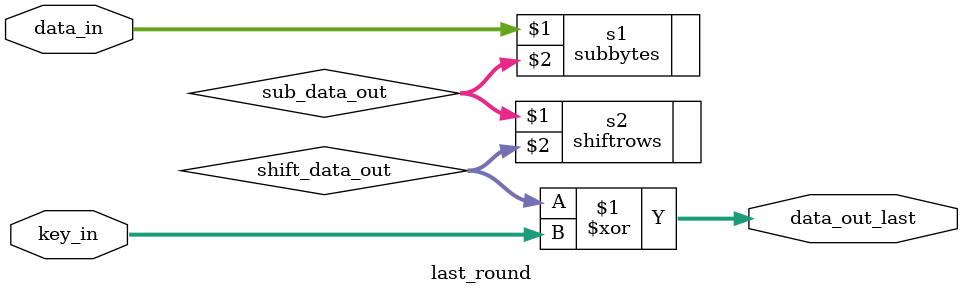
<source format=v>
module last_round(data_in,key_in,data_out_last);
    
    input [127:0] data_in;
    input [127:0] key_in;
    output [127:0] data_out_last;

    wire [127:0] sub_data_out, shift_data_out;

    subbytes s1(data_in,sub_data_out);
    shiftrows s2(sub_data_out,shift_data_out);

    assign data_out_last = shift_data_out ^ key_in;

endmodule


</source>
